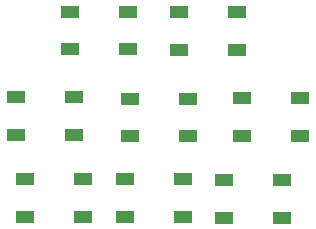
<source format=gbr>
%TF.GenerationSoftware,KiCad,Pcbnew,(5.1.6)-1*%
%TF.CreationDate,2020-11-25T11:58:53+11:00*%
%TF.ProjectId,JETT Station Select Placard PCB V1,4a455454-2053-4746-9174-696f6e205365,rev?*%
%TF.SameCoordinates,Original*%
%TF.FileFunction,Paste,Top*%
%TF.FilePolarity,Positive*%
%FSLAX46Y46*%
G04 Gerber Fmt 4.6, Leading zero omitted, Abs format (unit mm)*
G04 Created by KiCad (PCBNEW (5.1.6)-1) date 2020-11-25 11:58:53*
%MOMM*%
%LPD*%
G01*
G04 APERTURE LIST*
%ADD10R,1.500000X1.000000*%
G04 APERTURE END LIST*
D10*
%TO.C,D8*%
X153455200Y-105080000D03*
X153455200Y-108280000D03*
X158355200Y-105080000D03*
X158355200Y-108280000D03*
%TD*%
%TO.C,D7*%
X145010800Y-105003600D03*
X145010800Y-108203600D03*
X149910800Y-105003600D03*
X149910800Y-108203600D03*
%TD*%
%TO.C,D6*%
X136578000Y-105003600D03*
X136578000Y-108203600D03*
X141478000Y-105003600D03*
X141478000Y-108203600D03*
%TD*%
%TO.C,D5*%
X154940000Y-98145600D03*
X154940000Y-101345600D03*
X159840000Y-98145600D03*
X159840000Y-101345600D03*
%TD*%
%TO.C,D4*%
X145491200Y-98196400D03*
X145491200Y-101396400D03*
X150391200Y-98196400D03*
X150391200Y-101396400D03*
%TD*%
%TO.C,D3*%
X135839200Y-98094800D03*
X135839200Y-101294800D03*
X140739200Y-98094800D03*
X140739200Y-101294800D03*
%TD*%
%TO.C,D2*%
X149606000Y-90881200D03*
X149606000Y-94081200D03*
X154506000Y-90881200D03*
X154506000Y-94081200D03*
%TD*%
%TO.C,D1*%
X140360400Y-90830400D03*
X140360400Y-94030400D03*
X145260400Y-90830400D03*
X145260400Y-94030400D03*
%TD*%
M02*

</source>
